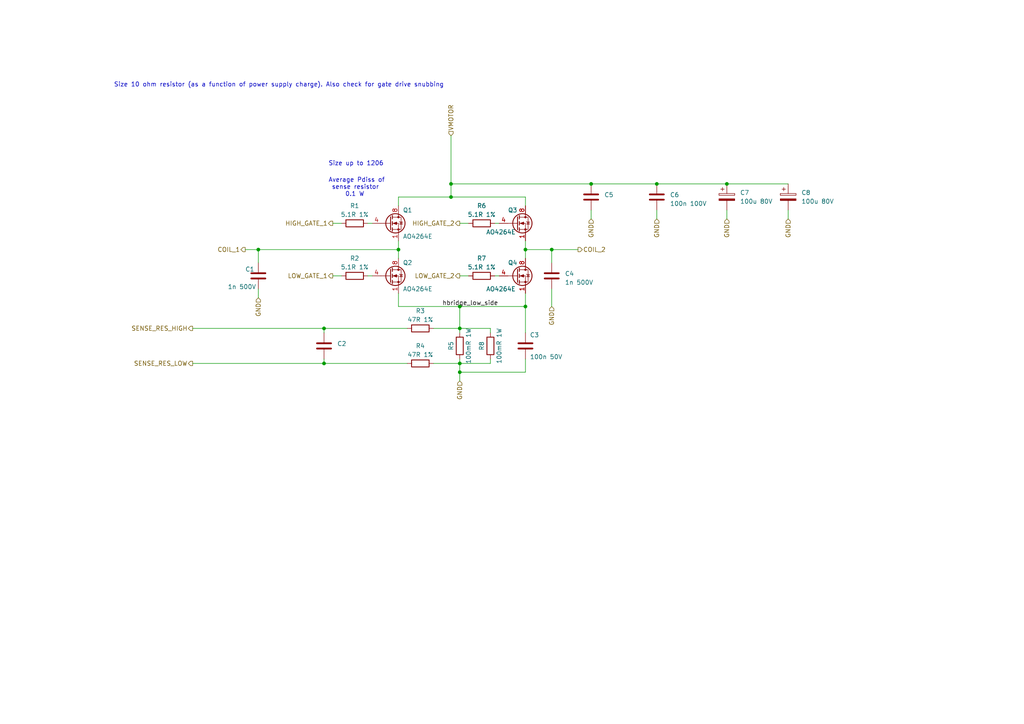
<source format=kicad_sch>
(kicad_sch (version 20211123) (generator eeschema)
  (paper "A4")
  (lib_symbols
    (symbol "Device:C" (pin_numbers hide) (pin_names (offset 0.254))
      (property "Reference" "C" (at 0.635 2.54 0))
      (property "Value" "C" (at 0.635 -2.54 0))
      (symbol "C_0_1"
        (polyline (pts (xy -2.032 -0.762) (xy 2.032 -0.762)) (stroke (width 0.508)))
        (polyline (pts (xy -2.032 0.762) (xy 2.032 0.762)) (stroke (width 0.508)))
      )
      (symbol "C_1_1"
        (pin passive line (at 0 3.81 270) (length 2.794) (name "~") (number "1"))
        (pin passive line (at 0 -3.81 90) (length 2.794) (name "~") (number "2"))
      )
    )
    (symbol "Device:C_Polarized" (pin_numbers hide) (pin_names (offset 0.254))
      (property "Reference" "C" (at 0.635 2.54 0))
      (property "Value" "C_Polarized" (at 0.635 -2.54 0))
      (symbol "C_Polarized_0_1"
        (rectangle (start -2.286 0.508) (end 2.286 1.016))
        (polyline (pts (xy -1.778 2.286) (xy -0.762 2.286)))
        (polyline (pts (xy -1.27 2.794) (xy -1.27 1.778)))
        (rectangle (start 2.286 -0.508) (end -2.286 -1.016) (fill (type outline)))
      )
      (symbol "C_Polarized_1_1"
        (pin passive line (at 0 3.81 270) (length 2.794) (name "~") (number "1"))
        (pin passive line (at 0 -3.81 90) (length 2.794) (name "~") (number "2"))
      )
    )
    (symbol "Device:R" (pin_numbers hide) (pin_names (offset 0))
      (property "Reference" "R" (at 2.032 0 90))
      (property "Value" "R" (at 0 0 90))
      (symbol "R_0_1"
        (rectangle (start -1.016 -2.54) (end 1.016 2.54) (stroke (width 0.254)))
      )
      (symbol "R_1_1"
        (pin passive line (at 0 3.81 270) (length 1.27) (name "~") (number "1"))
        (pin passive line (at 0 -3.81 90) (length 1.27) (name "~") (number "2"))
      )
    )
    (symbol "PersonnalSymbolLibrary:AO4264E" (pin_names hide)
      (property "Reference" "Q" (at 5.08 2.54 0))
      (property "Value" "AO4264E" (at 5.08 -5.08 0))
      (property "LCSC" "C334232" (at 0 0 0))
      (symbol "AO4264E_0_1"
        (polyline (pts (xy 0.254 0) (xy -2.54 0)))
        (polyline (pts (xy 0.254 1.905) (xy 0.254 -1.905)) (stroke (width 0.254)))
        (polyline (pts (xy 0.762 -1.27) (xy 0.762 -2.286)) (stroke (width 0.254)))
        (polyline (pts (xy 0.762 0.508) (xy 0.762 -0.508)) (stroke (width 0.254)))
        (polyline (pts (xy 0.762 2.286) (xy 0.762 1.27)) (stroke (width 0.254)))
        (polyline (pts (xy 2.54 2.54) (xy 2.54 1.778)))
        (polyline (pts (xy 2.54 -2.54) (xy 2.54 0) (xy 0.762 0)))
        (polyline (pts (xy 0.762 -1.778) (xy 3.302 -1.778) (xy 3.302 1.778) (xy 0.762 1.778)))
        (polyline (pts (xy 1.016 0) (xy 2.032 0.381) (xy 2.032 -0.381) (xy 1.016 0)) (fill (type outline)))
        (polyline (pts (xy 2.794 0.508) (xy 2.921 0.381) (xy 3.683 0.381) (xy 3.81 0.254)))
        (polyline (pts (xy 3.302 0.381) (xy 2.921 -0.254) (xy 3.683 -0.254) (xy 3.302 0.381)))
        (circle (center 1.651 0) (radius 2.794) (stroke (width 0.254)))
        (circle (center 2.54 -1.778) (radius 0.254) (fill (type outline)))
        (circle (center 2.54 1.778) (radius 0.254) (fill (type outline)))
      )
      (symbol "AO4264E_1_1"
        (pin passive line (at 2.54 -5.08 90) (length 2.54) (name "S") (number "1"))
        (pin passive line (at 2.54 -5.08 90) (length 2.54) hide (name "S") (number "2"))
        (pin passive line (at 2.54 -5.08 90) (length 2.54) hide (name "S") (number "3"))
        (pin input line (at -5.08 0 0) (length 2.54) (name "G") (number "4"))
        (pin passive line (at 2.54 5.08 270) (length 2.54) hide (name "D") (number "5"))
        (pin passive line (at 2.54 5.08 270) (length 2.54) hide (name "D") (number "6"))
        (pin passive line (at 2.54 5.08 270) (length 2.54) hide (name "D") (number "7"))
        (pin passive line (at 2.54 5.08 270) (length 2.54) (name "D") (number "8"))
      )
    )
  )
  (junction (at 133.35 88.9) (diameter 0.9144))
  (junction (at 130.81 57.15) (diameter 0.9144))
  (junction (at 93.98 95.25))
  (junction (at 190.5 53.34))
  (junction (at 74.93 72.39))
  (junction (at 130.81 53.34) (diameter 0.9144))
  (junction (at 152.4 88.9))
  (junction (at 133.35 95.25) (diameter 0.9144))
  (junction (at 210.82 53.34))
  (junction (at 93.98 105.41))
  (junction (at 171.45 53.34))
  (junction (at 133.35 105.41))
  (junction (at 160.02 72.39) (diameter 0.9144))
  (junction (at 115.57 72.39) (diameter 0.9144))
  (junction (at 152.4 72.39) (diameter 0.9144))
  (junction (at 133.35 107.95))
  (wire (pts (xy 96.52 80.01) (xy 99.06 80.01)))
  (wire (pts (xy 115.57 57.15) (xy 115.57 59.69)))
  (wire (pts (xy 96.52 64.77) (xy 99.06 64.77)))
  (wire (pts (xy 143.51 80.01) (xy 144.78 80.01)))
  (wire (pts (xy 190.5 53.34) (xy 210.82 53.34)))
  (wire (pts (xy 130.81 57.15) (xy 152.4 57.15)))
  (wire (pts (xy 142.24 95.25) (xy 133.35 95.25)))
  (wire (pts (xy 142.24 96.52) (xy 142.24 95.25)))
  (wire (pts (xy 115.57 57.15) (xy 130.81 57.15)))
  (wire (pts (xy 133.35 80.01) (xy 135.89 80.01)))
  (wire (pts (xy 152.4 57.15) (xy 152.4 59.69)))
  (wire (pts (xy 133.35 88.9) (xy 133.35 95.25)))
  (wire (pts (xy 190.5 60.96) (xy 190.5 63.5)))
  (wire (pts (xy 130.81 53.34) (xy 130.81 57.15)))
  (wire (pts (xy 133.35 88.9) (xy 152.4 88.9)))
  (wire (pts (xy 133.35 95.25) (xy 133.35 96.52)))
  (wire (pts (xy 115.57 88.9) (xy 133.35 88.9)))
  (wire (pts (xy 71.12 72.39) (xy 74.93 72.39)))
  (wire (pts (xy 74.93 72.39) (xy 115.57 72.39)))
  (wire (pts (xy 130.81 39.37) (xy 130.81 53.34)))
  (wire (pts (xy 133.35 105.41) (xy 133.35 107.95)))
  (wire (pts (xy 133.35 107.95) (xy 133.35 110.49)))
  (wire (pts (xy 106.68 64.77) (xy 107.95 64.77)))
  (wire (pts (xy 115.57 72.39) (xy 115.57 74.93)))
  (wire (pts (xy 106.68 80.01) (xy 107.95 80.01)))
  (wire (pts (xy 55.88 95.25) (xy 93.98 95.25)))
  (wire (pts (xy 93.98 95.25) (xy 118.11 95.25)))
  (wire (pts (xy 160.02 72.39) (xy 160.02 76.2)))
  (wire (pts (xy 152.4 85.09) (xy 152.4 88.9)))
  (wire (pts (xy 152.4 88.9) (xy 152.4 96.52)))
  (wire (pts (xy 160.02 72.39) (xy 167.64 72.39)))
  (wire (pts (xy 171.45 60.96) (xy 171.45 63.5)))
  (wire (pts (xy 133.35 105.41) (xy 133.35 104.14)))
  (wire (pts (xy 160.02 83.82) (xy 160.02 88.9)))
  (wire (pts (xy 115.57 69.85) (xy 115.57 72.39)))
  (wire (pts (xy 152.4 69.85) (xy 152.4 72.39)))
  (wire (pts (xy 171.45 53.34) (xy 190.5 53.34)))
  (wire (pts (xy 130.81 53.34) (xy 171.45 53.34)))
  (wire (pts (xy 133.35 107.95) (xy 152.4 107.95)))
  (wire (pts (xy 152.4 104.14) (xy 152.4 107.95)))
  (wire (pts (xy 74.93 83.82) (xy 74.93 86.36)))
  (wire (pts (xy 210.82 53.34) (xy 228.6 53.34)))
  (wire (pts (xy 125.73 95.25) (xy 133.35 95.25)))
  (wire (pts (xy 228.6 60.96) (xy 228.6 63.5)))
  (wire (pts (xy 55.88 105.41) (xy 93.98 105.41)))
  (wire (pts (xy 93.98 105.41) (xy 118.11 105.41)))
  (wire (pts (xy 74.93 72.39) (xy 74.93 76.2)))
  (wire (pts (xy 143.51 64.77) (xy 144.78 64.77)))
  (wire (pts (xy 152.4 72.39) (xy 160.02 72.39)))
  (wire (pts (xy 115.57 85.09) (xy 115.57 88.9)))
  (wire (pts (xy 142.24 104.14) (xy 142.24 105.41)))
  (wire (pts (xy 142.24 105.41) (xy 133.35 105.41)))
  (wire (pts (xy 210.82 60.96) (xy 210.82 63.5)))
  (wire (pts (xy 125.73 105.41) (xy 133.35 105.41)))
  (wire (pts (xy 152.4 72.39) (xy 152.4 74.93)))
  (wire (pts (xy 133.35 64.77) (xy 135.89 64.77)))
  (wire (pts (xy 93.98 95.25) (xy 93.98 96.52)))
  (wire (pts (xy 93.98 104.14) (xy 93.98 105.41)))
  (text "Size up to 1206" (at 95.25 48.26 0) (effects (font (size 1.27 1.27)) (justify left bottom)))
  (text "Size 10 ohm resistor (as a function of power supply charge). Also check for gate drive snubbing" (at 33.02 25.4 0) (effects (font (size 1.27 1.27)) (justify left bottom)))
  (text "Average Pdiss of\n sense resistor\n     0.1 W" (at 95.25 57.15 0) (effects (font (size 1.27 1.27)) (justify left bottom)))
  (label "hbridge_low_side" (at 128.27 88.9 0))
  (hierarchical_label "HIGH_GATE_2" (shape output) (at 133.35 64.77 180))
  (hierarchical_label "GND" (shape input) (at 160.02 88.9 270))
  (hierarchical_label "COIL_1" (shape output) (at 71.12 72.39 180))
  (hierarchical_label "GND" (shape input) (at 190.5 63.5 270))
  (hierarchical_label "SENSE_RES_HIGH" (shape output) (at 55.88 95.25 180))
  (hierarchical_label "GND" (shape input) (at 228.6 63.5 270))
  (hierarchical_label "HIGH_GATE_1" (shape output) (at 96.52 64.77 180))
  (hierarchical_label "VMOTOR" (shape input) (at 130.81 39.37 90))
  (hierarchical_label "GND" (shape input) (at 210.82 63.5 270))
  (hierarchical_label "COIL_2" (shape output) (at 167.64 72.39 0))
  (hierarchical_label "SENSE_RES_LOW" (shape output) (at 55.88 105.41 180))
  (hierarchical_label "LOW_GATE_2" (shape output) (at 133.35 80.01 180))
  (hierarchical_label "LOW_GATE_1" (shape output) (at 96.52 80.01 180))
  (hierarchical_label "GND" (shape input) (at 133.35 110.49 270))
  (hierarchical_label "GND" (shape input) (at 171.45 63.5 270))
  (hierarchical_label "GND" (shape input) (at 74.93 86.36 270))
  (symbol (lib_id "Device:R") (at 139.7 80.01 90) (unit 1)
    (property "Reference" "R7" (at 139.7 74.93 90))
    (property "Value" "5.1R 1%" (at 139.7 77.47 90))
    (property "Footprint" "Resistor_SMD:R_0805_2012Metric" (effects hide))
    (property "LCSC" "C17724" (effects hide))
  )
  (symbol (lib_id "Device:C") (at 93.98 100.33 0) (unit 1)
    (property "Reference" "C2" (at 97.79 99.6949 0) (effects (justify left)))
    (property "LCSC" "C1604" (effects hide))
  )
  (symbol (lib_id "PersonnalSymbolLibrary:AO4264E") (at 113.03 80.01 0) (unit 1)
    (property "Reference" "Q2" (at 116.84 76.1999 0) (effects (justify left)))
    (property "Value" "AO4264E" (at 116.84 83.8199 0) (effects (justify left)))
    (property "Footprint" "Package_SO:SOIC-8_3.9x4.9mm_P1.27mm" (effects hide))
    (property "Datasheet" "https://datasheet.lcsc.com/lcsc/1912111437_Alpha-&-Omega-Semicon-AO4264E_C334232.pdf" (effects hide))
    (property "LCSC" "C334232" (effects hide))
  )
  (symbol (lib_id "Device:R") (at 139.7 64.77 90) (unit 1)
    (property "Reference" "R6" (at 139.7 59.69 90))
    (property "Value" "5.1R 1%" (at 139.7 62.23 90))
    (property "Footprint" "Resistor_SMD:R_0805_2012Metric" (effects hide))
    (property "LCSC" "C17724" (effects hide))
  )
  (symbol (lib_id "Device:C") (at 171.45 57.15 0) (unit 1)
    (property "Reference" "C5" (at 175.26 56.5149 0) (effects (justify left)))
    (property "LCSC" "C385986" (effects hide))
  )
  (symbol (lib_id "Device:C") (at 160.02 80.01 0) (unit 1)
    (property "Reference" "C4" (at 163.83 79.3749 0) (effects (justify left)))
    (property "Value" "1n 500V" (at 163.83 81.9149 0) (effects (justify left)))
    (property "Footprint" "Capacitor_SMD:C_1206_3216Metric" (effects hide))
    (property "LCSC" "C35216" (effects hide))
  )
  (symbol (lib_id "Device:R") (at 133.35 100.33 180) (unit 1)
    (property "Reference" "R5" (at 130.81 100.33 90))
    (property "Value" "100mR 1W" (at 135.89 100.33 90))
    (property "Footprint" "Resistor_SMD:R_1218_3246Metric" (effects hide))
    (property "LCSC" "C309639" (effects hide))
  )
  (symbol (lib_id "Device:C") (at 190.5 57.15 0) (unit 1)
    (property "Reference" "C6" (at 194.31 56.5149 0) (effects (justify left)))
    (property "Value" "100n 100V" (at 194.31 59.0549 0) (effects (justify left)))
    (property "Footprint" "Capacitor_SMD:C_0805_2012Metric_Pad1.18x1.45mm_HandSolder" (effects hide))
    (property "LCSC" "C28233" (effects hide))
  )
  (symbol (lib_id "Device:C") (at 152.4 100.33 0) (unit 1)
    (property "Reference" "C3" (at 153.67 97.1549 0) (effects (justify left)))
    (property "Value" "100n 50V" (at 153.67 103.5049 0) (effects (justify left)))
    (property "Footprint" "Capacitor_SMD:C_0402_1005Metric" (effects hide))
    (property "LCSC" "C307331" (effects hide))
  )
  (symbol (lib_id "Device:C_Polarized") (at 228.6 57.15 0) (unit 1)
    (property "Reference" "C8" (at 232.41 55.8799 0) (effects (justify left)))
    (property "Value" "100u 80V" (at 232.41 58.4199 0) (effects (justify left)))
    (property "Footprint" "Capacitor_SMD:CP_Elec_10x10" (effects hide))
    (property "LCSC" "C487410" (effects hide))
  )
  (symbol (lib_id "Device:R") (at 102.87 64.77 90) (unit 1)
    (property "Reference" "R1" (at 102.87 59.69 90))
    (property "Value" "5.1R 1%" (at 102.87 62.23 90))
    (property "Footprint" "Resistor_SMD:R_0805_2012Metric" (effects hide))
    (property "LCSC" "C17724" (effects hide))
  )
  (symbol (lib_id "PersonnalSymbolLibrary:AO4264E") (at 113.03 64.77 0) (unit 1)
    (property "Reference" "Q1" (at 116.84 60.9599 0) (effects (justify left)))
    (property "Value" "AO4264E" (at 116.84 68.5799 0) (effects (justify left)))
    (property "Footprint" "Package_SO:SOIC-8_3.9x4.9mm_P1.27mm" (effects hide))
    (property "Datasheet" "https://datasheet.lcsc.com/lcsc/1912111437_Alpha-&-Omega-Semicon-AO4264E_C334232.pdf" (effects hide))
    (property "LCSC" "C334232" (effects hide))
  )
  (symbol (lib_id "Device:C_Polarized") (at 210.82 57.15 0) (unit 1)
    (property "Reference" "C7" (at 214.63 55.8799 0) (effects (justify left)))
    (property "Value" "100u 80V" (at 214.63 58.4199 0) (effects (justify left)))
    (property "Footprint" "Capacitor_SMD:CP_Elec_10x10" (effects hide))
    (property "LCSC" "C487410" (effects hide))
  )
  (symbol (lib_id "Device:R") (at 102.87 80.01 90) (unit 1)
    (property "Reference" "R2" (at 102.87 74.93 90))
    (property "Value" "5.1R 1%" (at 102.87 77.47 90))
    (property "Footprint" "Resistor_SMD:R_0805_2012Metric" (effects hide))
    (property "LCSC" "C17724" (effects hide))
  )
  (symbol (lib_id "Device:R") (at 121.92 95.25 90) (unit 1)
    (property "Reference" "R3" (at 121.92 90.17 90))
    (property "Value" "47R 1%" (at 121.92 92.71 90))
    (property "Footprint" "Resistor_SMD:R_0402_1005Metric" (effects hide))
    (property "LCSC" "C25118" (effects hide))
  )
  (symbol (lib_id "Device:R") (at 142.24 100.33 180) (unit 1)
    (property "Reference" "R8" (at 139.7 100.33 90))
    (property "Value" "100mR 1W" (at 144.78 100.33 90))
    (property "Footprint" "Resistor_SMD:R_1218_3246Metric" (effects hide))
    (property "LCSC" "C309639" (effects hide))
  )
  (symbol (lib_id "PersonnalSymbolLibrary:AO4264E") (at 149.86 64.77 0) (unit 1)
    (property "Reference" "Q3" (at 147.32 60.9599 0) (effects (justify left)))
    (property "Value" "AO4264E" (at 140.97 67.3099 0) (effects (justify left)))
    (property "Footprint" "Package_SO:SOIC-8_3.9x4.9mm_P1.27mm" (effects hide))
    (property "Datasheet" "https://datasheet.lcsc.com/lcsc/1912111437_Alpha-&-Omega-Semicon-AO4264E_C334232.pdf" (effects hide))
    (property "LCSC" "C334232" (effects hide))
  )
  (symbol (lib_id "Device:R") (at 121.92 105.41 90) (unit 1)
    (property "Reference" "R4" (at 121.92 100.33 90))
    (property "Value" "47R 1%" (at 121.92 102.87 90))
    (property "Footprint" "Resistor_SMD:R_0402_1005Metric" (effects hide))
    (property "LCSC" "C25118" (effects hide))
  )
  (symbol (lib_id "Device:C") (at 74.93 80.01 0) (unit 1)
    (property "Reference" "C1" (at 71.12 78.1049 0) (effects (justify left)))
    (property "Value" "1n 500V" (at 66.04 83.1849 0) (effects (justify left)))
    (property "Footprint" "Capacitor_SMD:C_1206_3216Metric" (effects hide))
    (property "LCSC" "C35216" (effects hide))
  )
  (symbol (lib_id "PersonnalSymbolLibrary:AO4264E") (at 149.86 80.01 0) (unit 1)
    (property "Reference" "Q4" (at 147.32 76.1999 0) (effects (justify left)))
    (property "Value" "AO4264E" (at 140.97 83.8199 0) (effects (justify left)))
    (property "Footprint" "Package_SO:SOIC-8_3.9x4.9mm_P1.27mm" (effects hide))
    (property "Datasheet" "https://datasheet.lcsc.com/lcsc/1912111437_Alpha-&-Omega-Semicon-AO4264E_C334232.pdf" (effects hide))
    (property "LCSC" "C334232" (effects hide))
  )
)
</source>
